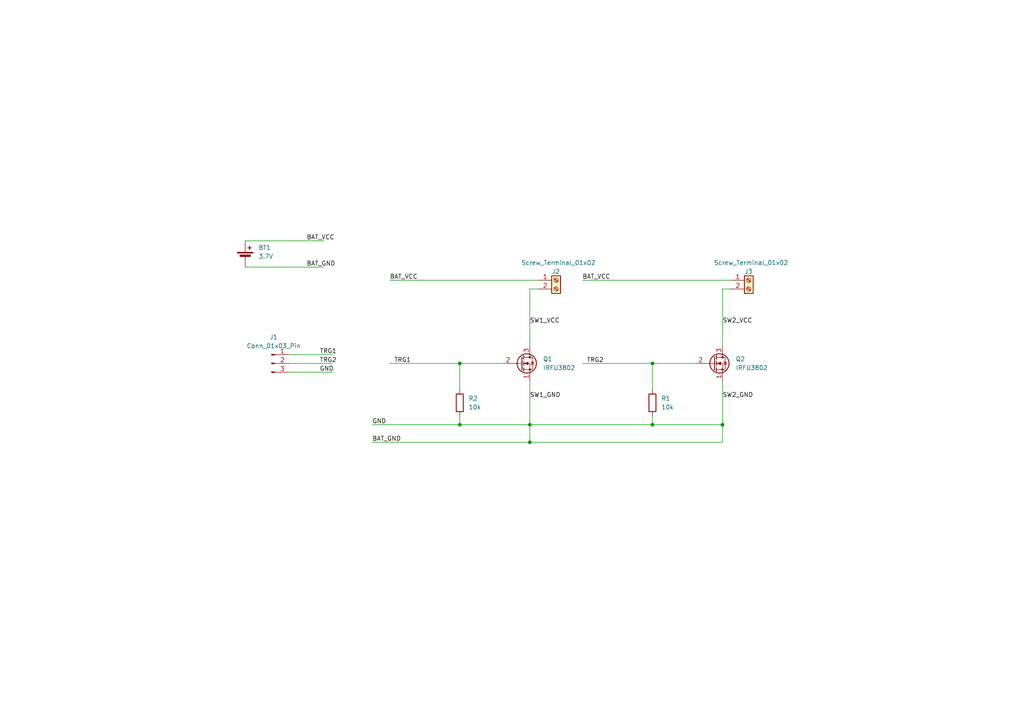
<source format=kicad_sch>
(kicad_sch (version 20230121) (generator eeschema)
  (paper "A4")
  (lib_symbols
    (symbol "Connector:Conn_01x03_Pin" (pin_names (offset 1.016) hide)
      (property "Reference" "J" (at 0 5.08 0))
      (property "Value" "Conn_01x03_Pin" (at 0 -5.08 0))
      (symbol "Conn_01x03_Pin_1_1"
        (polyline (pts (xy 1.27 -2.54) (xy 0.8636 -2.54)) (stroke (width 0.1524)))
        (polyline (pts (xy 1.27 0) (xy 0.8636 0)) (stroke (width 0.1524)))
        (polyline (pts (xy 1.27 2.54) (xy 0.8636 2.54)) (stroke (width 0.1524)))
        (rectangle (start 0.8636 -2.413) (end 0 -2.667) (stroke (width 0.1524)) (fill (type outline)))
        (rectangle (start 0.8636 0.127) (end 0 -0.127) (stroke (width 0.1524)) (fill (type outline)))
        (rectangle (start 0.8636 2.667) (end 0 2.413) (stroke (width 0.1524)) (fill (type outline)))
        (pin passive line (at 5.08 2.54 180) (length 3.81) (name "Pin_1") (number "1"))
        (pin passive line (at 5.08 0 180) (length 3.81) (name "Pin_2") (number "2"))
        (pin passive line (at 5.08 -2.54 180) (length 3.81) (name "Pin_3") (number "3"))
      )
    )
    (symbol "Connector:Screw_Terminal_01x02" (pin_names (offset 1.016) hide)
      (property "Reference" "J" (at 0 2.54 0))
      (property "Value" "Screw_Terminal_01x02" (at 0 -5.08 0))
      (symbol "Screw_Terminal_01x02_1_1"
        (rectangle (start -1.27 1.27) (end 1.27 -3.81) (stroke (width 0.254)) (fill (type background)))
        (circle (center 0 -2.54) (radius 0.635) (stroke (width 0.1524)))
        (polyline (pts (xy -0.5334 -2.2098) (xy 0.3302 -3.048)) (stroke (width 0.1524)))
        (polyline (pts (xy -0.5334 0.3302) (xy 0.3302 -0.508)) (stroke (width 0.1524)))
        (polyline (pts (xy -0.3556 -2.032) (xy 0.508 -2.8702)) (stroke (width 0.1524)))
        (polyline (pts (xy -0.3556 0.508) (xy 0.508 -0.3302)) (stroke (width 0.1524)))
        (circle (center 0 0) (radius 0.635) (stroke (width 0.1524)))
        (pin passive line (at -5.08 0 0) (length 3.81) (name "Pin_1") (number "1"))
        (pin passive line (at -5.08 -2.54 0) (length 3.81) (name "Pin_2") (number "2"))
      )
    )
    (symbol "Device:Battery_Cell" (pin_numbers hide) (pin_names (offset 0) hide)
      (property "Reference" "BT" (at 2.54 2.54 0))
      (property "Value" "Battery_Cell" (at 2.54 0 0))
      (symbol "Battery_Cell_0_1"
        (rectangle (start -2.286 1.778) (end 2.286 1.524) (fill (type outline)))
        (rectangle (start -1.524 1.016) (end 1.524 0.508) (fill (type outline)))
        (polyline (pts (xy 0 0.762) (xy 0 0)))
        (polyline (pts (xy 0 1.778) (xy 0 2.54)))
        (polyline (pts (xy 0.762 3.048) (xy 1.778 3.048)) (stroke (width 0.254)))
        (polyline (pts (xy 1.27 3.556) (xy 1.27 2.54)) (stroke (width 0.254)))
      )
      (symbol "Battery_Cell_1_1"
        (pin passive line (at 0 5.08 270) (length 2.54) (name "+") (number "1"))
        (pin passive line (at 0 -2.54 90) (length 2.54) (name "-") (number "2"))
      )
    )
    (symbol "Device:R" (pin_numbers hide) (pin_names (offset 0))
      (property "Reference" "R" (at 2.032 0 90))
      (property "Value" "R" (at 0 0 90))
      (symbol "R_0_1"
        (rectangle (start -1.016 -2.54) (end 1.016 2.54) (stroke (width 0.254)))
      )
      (symbol "R_1_1"
        (pin passive line (at 0 3.81 270) (length 1.27) (name "~") (number "1"))
        (pin passive line (at 0 -3.81 90) (length 1.27) (name "~") (number "2"))
      )
    )
    (symbol "Transistor_FET:2N7000" (pin_names hide)
      (property "Reference" "Q" (at 5.08 1.905 0))
      (property "Value" "2N7000" (at 5.08 0 0))
      (symbol "2N7000_0_1"
        (polyline (pts (xy 0.254 0) (xy -2.54 0)))
        (polyline (pts (xy 0.254 1.905) (xy 0.254 -1.905)) (stroke (width 0.254)))
        (polyline (pts (xy 0.762 -1.27) (xy 0.762 -2.286)) (stroke (width 0.254)))
        (polyline (pts (xy 0.762 0.508) (xy 0.762 -0.508)) (stroke (width 0.254)))
        (polyline (pts (xy 0.762 2.286) (xy 0.762 1.27)) (stroke (width 0.254)))
        (polyline (pts (xy 2.54 2.54) (xy 2.54 1.778)))
        (polyline (pts (xy 2.54 -2.54) (xy 2.54 0) (xy 0.762 0)))
        (polyline (pts (xy 0.762 -1.778) (xy 3.302 -1.778) (xy 3.302 1.778) (xy 0.762 1.778)))
        (polyline (pts (xy 1.016 0) (xy 2.032 0.381) (xy 2.032 -0.381) (xy 1.016 0)) (fill (type outline)))
        (polyline (pts (xy 2.794 0.508) (xy 2.921 0.381) (xy 3.683 0.381) (xy 3.81 0.254)))
        (polyline (pts (xy 3.302 0.381) (xy 2.921 -0.254) (xy 3.683 -0.254) (xy 3.302 0.381)))
        (circle (center 1.651 0) (radius 2.794) (stroke (width 0.254)))
        (circle (center 2.54 -1.778) (radius 0.254) (fill (type outline)))
        (circle (center 2.54 1.778) (radius 0.254) (fill (type outline)))
      )
      (symbol "2N7000_1_1"
        (pin passive line (at 2.54 -5.08 90) (length 2.54) (name "S") (number "1"))
        (pin input line (at -5.08 0 0) (length 2.54) (name "G") (number "2"))
        (pin passive line (at 2.54 5.08 270) (length 2.54) (name "D") (number "3"))
      )
    )
  )
  (junction (at 133.35 105.41))
  (junction (at 189.23 105.41))
  (junction (at 153.67 128.27))
  (junction (at 133.35 123.19))
  (junction (at 153.67 123.19))
  (junction (at 189.23 123.19))
  (junction (at 209.55 123.19))
  (wire (pts (xy 113.03 105.41) (xy 133.35 105.41)))
  (wire (pts (xy 189.23 123.19) (xy 209.55 123.19)))
  (wire (pts (xy 133.35 120.65) (xy 133.35 123.19)))
  (wire (pts (xy 83.82 105.41) (xy 96.52 105.41)))
  (wire (pts (xy 209.55 128.27) (xy 153.67 128.27)))
  (wire (pts (xy 107.95 123.19) (xy 133.35 123.19)))
  (wire (pts (xy 153.67 100.33) (xy 153.67 83.82)))
  (wire (pts (xy 113.03 81.28) (xy 156.21 81.28)))
  (wire (pts (xy 168.91 81.28) (xy 212.09 81.28)))
  (wire (pts (xy 133.35 123.19) (xy 153.67 123.19)))
  (wire (pts (xy 83.82 107.95) (xy 96.52 107.95)))
  (wire (pts (xy 107.95 128.27) (xy 153.67 128.27)))
  (wire (pts (xy 209.55 100.33) (xy 209.55 83.82)))
  (wire (pts (xy 209.55 83.82) (xy 212.09 83.82)))
  (wire (pts (xy 153.67 123.19) (xy 153.67 128.27)))
  (wire (pts (xy 153.67 83.82) (xy 156.21 83.82)))
  (wire (pts (xy 209.55 123.19) (xy 209.55 128.27)))
  (wire (pts (xy 133.35 105.41) (xy 146.05 105.41)))
  (wire (pts (xy 83.82 102.87) (xy 96.52 102.87)))
  (wire (pts (xy 189.23 123.19) (xy 153.67 123.19)))
  (wire (pts (xy 168.91 105.41) (xy 189.23 105.41)))
  (wire (pts (xy 209.55 110.49) (xy 209.55 123.19)))
  (wire (pts (xy 71.12 77.47) (xy 93.98 77.47)))
  (wire (pts (xy 189.23 105.41) (xy 189.23 113.03)))
  (wire (pts (xy 189.23 105.41) (xy 201.93 105.41)))
  (wire (pts (xy 153.67 110.49) (xy 153.67 123.19)))
  (wire (pts (xy 71.12 69.85) (xy 93.98 69.85)))
  (wire (pts (xy 133.35 105.41) (xy 133.35 113.03)))
  (wire (pts (xy 189.23 120.65) (xy 189.23 123.19)))
  (label "BAT_VCC" (at 88.9 69.85 0))
  (label "BAT_VCC" (at 168.91 81.28 0))
  (label "TRG1" (at 92.71 102.87 0))
  (label "BAT_GND" (at 88.9 77.47 0))
  (label "BAT_VCC" (at 113.03 81.28 0))
  (label "GND" (at 107.95 123.19 0))
  (label "SW1_VCC" (at 153.67 93.98 0))
  (label "SW2_VCC" (at 209.55 93.98 0))
  (label "SW1_GND" (at 153.67 115.57 0))
  (label "TRG2" (at 170.18 105.41 0))
  (label "TRG1" (at 114.3 105.41 0))
  (label "GND" (at 92.71 107.95 0))
  (label "SW2_GND" (at 209.55 115.57 0))
  (label "BAT_GND" (at 107.95 128.27 0))
  (label "TRG2" (at 92.71 105.41 0))
  (symbol (lib_id "Transistor_FET:2N7000") (at 207.01 105.41 0) (unit 1)
    (property "Reference" "Q2" (at 213.36 104.14 0) (effects (justify left)))
    (property "Value" "IRFU3802" (at 213.36 106.68 0) (effects (justify left)))
    (property "Footprint" "Package_TO_SOT_THT:TO-251-3_Vertical" (effects hide))
    (property "Datasheet" "https://rocelec.widen.net/view/pdf/enwt0uzqu9/IRSDS11016-1.pdf?t.download=true&u=5oefqw" (effects hide))
    (property "Sim.Device" "NMOS" (effects hide))
    (property "Sim.Type" "VDMOS" (effects hide))
    (property "Sim.Pins" "1=D 2=G 3=S" (effects hide))
    (property "Sim.Params" "vto=0.5" (effects hide))
  )
  (symbol (lib_id "Connector:Screw_Terminal_01x02") (at 161.29 81.28 0) (unit 1)
    (property "Reference" "J2" (at 160.02 78.74 0) (effects (justify left)))
    (property "Value" "Screw_Terminal_01x02" (at 151.13 76.2 0) (effects (justify left)))
    (property "Footprint" "TerminalBlock:TerminalBlock_Altech_AK300-2_P5.00mm" (effects hide))
  )
  (symbol (lib_id "Device:R") (at 189.23 116.84 180) (unit 1)
    (property "Reference" "R1" (at 191.77 115.57 0) (effects (justify right)))
    (property "Value" "10k" (at 191.77 118.11 0) (effects (justify right)))
    (property "Footprint" "Resistor_SMD:R_0805_2012Metric" (effects hide))
    (property "Sim.Device" "R" (effects hide))
    (property "Sim.Pins" "1=+ 2=-" (effects hide))
  )
  (symbol (lib_id "Device:Battery_Cell") (at 71.12 74.93 0) (unit 1)
    (property "Reference" "BT1" (at 74.93 71.8185 0) (effects (justify left)))
    (property "Value" "3.7V" (at 74.93 74.3585 0) (effects (justify left)))
    (property "Footprint" "Battery:BatteryHolder_Keystone_1042_1x18650" (effects hide))
  )
  (symbol (lib_id "Device:R") (at 133.35 116.84 180) (unit 1)
    (property "Reference" "R2" (at 135.89 115.57 0) (effects (justify right)))
    (property "Value" "10k" (at 135.89 118.11 0) (effects (justify right)))
    (property "Footprint" "Resistor_SMD:R_0805_2012Metric" (effects hide))
    (property "Sim.Device" "R" (effects hide))
    (property "Sim.Pins" "1=+ 2=-" (effects hide))
  )
  (symbol (lib_id "Connector:Conn_01x03_Pin") (at 78.74 105.41 0) (unit 1)
    (property "Reference" "J1" (at 79.375 97.79 0))
    (property "Value" "Conn_01x03_Pin" (at 79.375 100.33 0))
    (property "Footprint" "Connector_PinHeader_2.54mm:PinHeader_1x03_P2.54mm_Vertical" (effects hide))
  )
  (symbol (lib_id "Connector:Screw_Terminal_01x02") (at 217.17 81.28 0) (unit 1)
    (property "Reference" "J3" (at 215.9 78.74 0) (effects (justify left)))
    (property "Value" "Screw_Terminal_01x02" (at 207.01 76.2 0) (effects (justify left)))
    (property "Footprint" "TerminalBlock:TerminalBlock_Altech_AK300-2_P5.00mm" (effects hide))
  )
  (symbol (lib_id "Transistor_FET:2N7000") (at 151.13 105.41 0) (unit 1)
    (property "Reference" "Q1" (at 157.48 104.14 0) (effects (justify left)))
    (property "Value" "IRFU3802" (at 157.48 106.68 0) (effects (justify left)))
    (property "Footprint" "Package_TO_SOT_THT:TO-251-3_Vertical" (effects hide))
    (property "Datasheet" "https://rocelec.widen.net/view/pdf/enwt0uzqu9/IRSDS11016-1.pdf?t.download=true&u=5oefqw" (effects hide))
    (property "Sim.Device" "NMOS" (effects hide))
    (property "Sim.Type" "VDMOS" (effects hide))
    (property "Sim.Pins" "1=D 2=G 3=S" (effects hide))
    (property "Sim.Params" "vto=0.5" (effects hide))
  )
)
</source>
